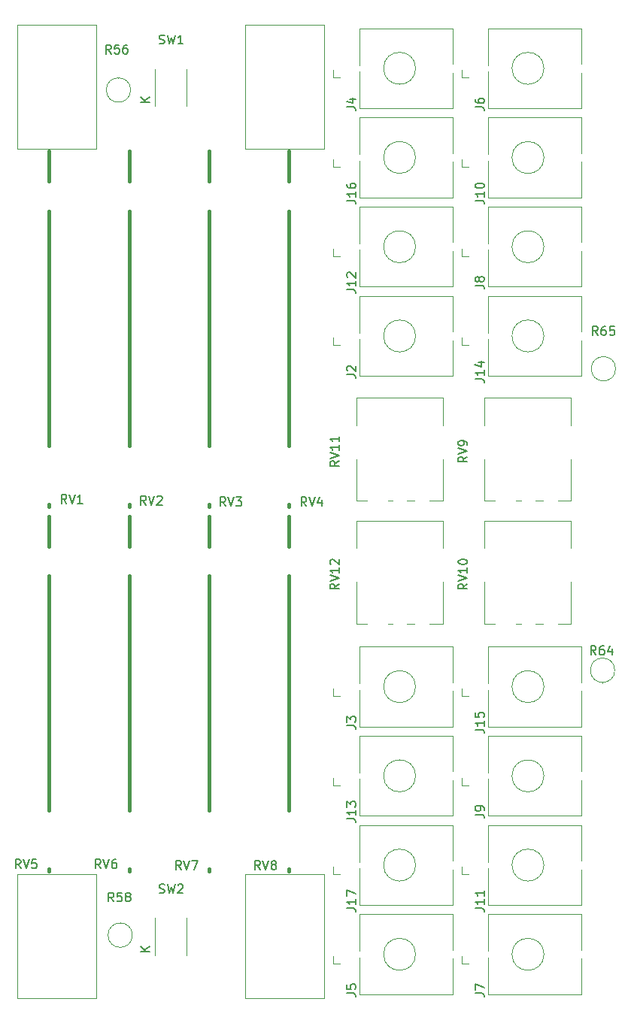
<source format=gbr>
%TF.GenerationSoftware,KiCad,Pcbnew,7.0.1-0*%
%TF.CreationDate,2024-01-08T18:45:34+13:00*%
%TF.ProjectId,MOL-control,4d4f4c2d-636f-46e7-9472-6f6c2e6b6963,001*%
%TF.SameCoordinates,Original*%
%TF.FileFunction,Legend,Top*%
%TF.FilePolarity,Positive*%
%FSLAX46Y46*%
G04 Gerber Fmt 4.6, Leading zero omitted, Abs format (unit mm)*
G04 Created by KiCad (PCBNEW 7.0.1-0) date 2024-01-08 18:45:34*
%MOMM*%
%LPD*%
G01*
G04 APERTURE LIST*
%ADD10C,0.150000*%
%ADD11C,0.400000*%
%ADD12C,0.120000*%
G04 APERTURE END LIST*
D10*
%TO.C,RV6*%
X118604761Y-130312619D02*
X118271428Y-129836428D01*
X118033333Y-130312619D02*
X118033333Y-129312619D01*
X118033333Y-129312619D02*
X118414285Y-129312619D01*
X118414285Y-129312619D02*
X118509523Y-129360238D01*
X118509523Y-129360238D02*
X118557142Y-129407857D01*
X118557142Y-129407857D02*
X118604761Y-129503095D01*
X118604761Y-129503095D02*
X118604761Y-129645952D01*
X118604761Y-129645952D02*
X118557142Y-129741190D01*
X118557142Y-129741190D02*
X118509523Y-129788809D01*
X118509523Y-129788809D02*
X118414285Y-129836428D01*
X118414285Y-129836428D02*
X118033333Y-129836428D01*
X118890476Y-129312619D02*
X119223809Y-130312619D01*
X119223809Y-130312619D02*
X119557142Y-129312619D01*
X120319047Y-129312619D02*
X120128571Y-129312619D01*
X120128571Y-129312619D02*
X120033333Y-129360238D01*
X120033333Y-129360238D02*
X119985714Y-129407857D01*
X119985714Y-129407857D02*
X119890476Y-129550714D01*
X119890476Y-129550714D02*
X119842857Y-129741190D01*
X119842857Y-129741190D02*
X119842857Y-130122142D01*
X119842857Y-130122142D02*
X119890476Y-130217380D01*
X119890476Y-130217380D02*
X119938095Y-130265000D01*
X119938095Y-130265000D02*
X120033333Y-130312619D01*
X120033333Y-130312619D02*
X120223809Y-130312619D01*
X120223809Y-130312619D02*
X120319047Y-130265000D01*
X120319047Y-130265000D02*
X120366666Y-130217380D01*
X120366666Y-130217380D02*
X120414285Y-130122142D01*
X120414285Y-130122142D02*
X120414285Y-129884047D01*
X120414285Y-129884047D02*
X120366666Y-129788809D01*
X120366666Y-129788809D02*
X120319047Y-129741190D01*
X120319047Y-129741190D02*
X120223809Y-129693571D01*
X120223809Y-129693571D02*
X120033333Y-129693571D01*
X120033333Y-129693571D02*
X119938095Y-129741190D01*
X119938095Y-129741190D02*
X119890476Y-129788809D01*
X119890476Y-129788809D02*
X119842857Y-129884047D01*
%TO.C,J9*%
X160762619Y-124263333D02*
X161476904Y-124263333D01*
X161476904Y-124263333D02*
X161619761Y-124310952D01*
X161619761Y-124310952D02*
X161715000Y-124406190D01*
X161715000Y-124406190D02*
X161762619Y-124549047D01*
X161762619Y-124549047D02*
X161762619Y-124644285D01*
X161762619Y-123739523D02*
X161762619Y-123549047D01*
X161762619Y-123549047D02*
X161715000Y-123453809D01*
X161715000Y-123453809D02*
X161667380Y-123406190D01*
X161667380Y-123406190D02*
X161524523Y-123310952D01*
X161524523Y-123310952D02*
X161334047Y-123263333D01*
X161334047Y-123263333D02*
X160953095Y-123263333D01*
X160953095Y-123263333D02*
X160857857Y-123310952D01*
X160857857Y-123310952D02*
X160810238Y-123358571D01*
X160810238Y-123358571D02*
X160762619Y-123453809D01*
X160762619Y-123453809D02*
X160762619Y-123644285D01*
X160762619Y-123644285D02*
X160810238Y-123739523D01*
X160810238Y-123739523D02*
X160857857Y-123787142D01*
X160857857Y-123787142D02*
X160953095Y-123834761D01*
X160953095Y-123834761D02*
X161191190Y-123834761D01*
X161191190Y-123834761D02*
X161286428Y-123787142D01*
X161286428Y-123787142D02*
X161334047Y-123739523D01*
X161334047Y-123739523D02*
X161381666Y-123644285D01*
X161381666Y-123644285D02*
X161381666Y-123453809D01*
X161381666Y-123453809D02*
X161334047Y-123358571D01*
X161334047Y-123358571D02*
X161286428Y-123310952D01*
X161286428Y-123310952D02*
X161191190Y-123263333D01*
%TO.C,J3*%
X146312619Y-114213333D02*
X147026904Y-114213333D01*
X147026904Y-114213333D02*
X147169761Y-114260952D01*
X147169761Y-114260952D02*
X147265000Y-114356190D01*
X147265000Y-114356190D02*
X147312619Y-114499047D01*
X147312619Y-114499047D02*
X147312619Y-114594285D01*
X146312619Y-113832380D02*
X146312619Y-113213333D01*
X146312619Y-113213333D02*
X146693571Y-113546666D01*
X146693571Y-113546666D02*
X146693571Y-113403809D01*
X146693571Y-113403809D02*
X146741190Y-113308571D01*
X146741190Y-113308571D02*
X146788809Y-113260952D01*
X146788809Y-113260952D02*
X146884047Y-113213333D01*
X146884047Y-113213333D02*
X147122142Y-113213333D01*
X147122142Y-113213333D02*
X147217380Y-113260952D01*
X147217380Y-113260952D02*
X147265000Y-113308571D01*
X147265000Y-113308571D02*
X147312619Y-113403809D01*
X147312619Y-113403809D02*
X147312619Y-113689523D01*
X147312619Y-113689523D02*
X147265000Y-113784761D01*
X147265000Y-113784761D02*
X147217380Y-113832380D01*
%TO.C,SW2*%
X125201667Y-133060000D02*
X125344524Y-133107619D01*
X125344524Y-133107619D02*
X125582619Y-133107619D01*
X125582619Y-133107619D02*
X125677857Y-133060000D01*
X125677857Y-133060000D02*
X125725476Y-133012380D01*
X125725476Y-133012380D02*
X125773095Y-132917142D01*
X125773095Y-132917142D02*
X125773095Y-132821904D01*
X125773095Y-132821904D02*
X125725476Y-132726666D01*
X125725476Y-132726666D02*
X125677857Y-132679047D01*
X125677857Y-132679047D02*
X125582619Y-132631428D01*
X125582619Y-132631428D02*
X125392143Y-132583809D01*
X125392143Y-132583809D02*
X125296905Y-132536190D01*
X125296905Y-132536190D02*
X125249286Y-132488571D01*
X125249286Y-132488571D02*
X125201667Y-132393333D01*
X125201667Y-132393333D02*
X125201667Y-132298095D01*
X125201667Y-132298095D02*
X125249286Y-132202857D01*
X125249286Y-132202857D02*
X125296905Y-132155238D01*
X125296905Y-132155238D02*
X125392143Y-132107619D01*
X125392143Y-132107619D02*
X125630238Y-132107619D01*
X125630238Y-132107619D02*
X125773095Y-132155238D01*
X126106429Y-132107619D02*
X126344524Y-133107619D01*
X126344524Y-133107619D02*
X126535000Y-132393333D01*
X126535000Y-132393333D02*
X126725476Y-133107619D01*
X126725476Y-133107619D02*
X126963572Y-132107619D01*
X127296905Y-132202857D02*
X127344524Y-132155238D01*
X127344524Y-132155238D02*
X127439762Y-132107619D01*
X127439762Y-132107619D02*
X127677857Y-132107619D01*
X127677857Y-132107619D02*
X127773095Y-132155238D01*
X127773095Y-132155238D02*
X127820714Y-132202857D01*
X127820714Y-132202857D02*
X127868333Y-132298095D01*
X127868333Y-132298095D02*
X127868333Y-132393333D01*
X127868333Y-132393333D02*
X127820714Y-132536190D01*
X127820714Y-132536190D02*
X127249286Y-133107619D01*
X127249286Y-133107619D02*
X127868333Y-133107619D01*
X124132619Y-139656904D02*
X123132619Y-139656904D01*
X124132619Y-139085476D02*
X123561190Y-139514047D01*
X123132619Y-139085476D02*
X123704047Y-139656904D01*
%TO.C,RV10*%
X159862619Y-98271428D02*
X159386428Y-98604761D01*
X159862619Y-98842856D02*
X158862619Y-98842856D01*
X158862619Y-98842856D02*
X158862619Y-98461904D01*
X158862619Y-98461904D02*
X158910238Y-98366666D01*
X158910238Y-98366666D02*
X158957857Y-98319047D01*
X158957857Y-98319047D02*
X159053095Y-98271428D01*
X159053095Y-98271428D02*
X159195952Y-98271428D01*
X159195952Y-98271428D02*
X159291190Y-98319047D01*
X159291190Y-98319047D02*
X159338809Y-98366666D01*
X159338809Y-98366666D02*
X159386428Y-98461904D01*
X159386428Y-98461904D02*
X159386428Y-98842856D01*
X158862619Y-97985713D02*
X159862619Y-97652380D01*
X159862619Y-97652380D02*
X158862619Y-97319047D01*
X159862619Y-96461904D02*
X159862619Y-97033332D01*
X159862619Y-96747618D02*
X158862619Y-96747618D01*
X158862619Y-96747618D02*
X159005476Y-96842856D01*
X159005476Y-96842856D02*
X159100714Y-96938094D01*
X159100714Y-96938094D02*
X159148333Y-97033332D01*
X158862619Y-95842856D02*
X158862619Y-95747618D01*
X158862619Y-95747618D02*
X158910238Y-95652380D01*
X158910238Y-95652380D02*
X158957857Y-95604761D01*
X158957857Y-95604761D02*
X159053095Y-95557142D01*
X159053095Y-95557142D02*
X159243571Y-95509523D01*
X159243571Y-95509523D02*
X159481666Y-95509523D01*
X159481666Y-95509523D02*
X159672142Y-95557142D01*
X159672142Y-95557142D02*
X159767380Y-95604761D01*
X159767380Y-95604761D02*
X159815000Y-95652380D01*
X159815000Y-95652380D02*
X159862619Y-95747618D01*
X159862619Y-95747618D02*
X159862619Y-95842856D01*
X159862619Y-95842856D02*
X159815000Y-95938094D01*
X159815000Y-95938094D02*
X159767380Y-95985713D01*
X159767380Y-95985713D02*
X159672142Y-96033332D01*
X159672142Y-96033332D02*
X159481666Y-96080951D01*
X159481666Y-96080951D02*
X159243571Y-96080951D01*
X159243571Y-96080951D02*
X159053095Y-96033332D01*
X159053095Y-96033332D02*
X158957857Y-95985713D01*
X158957857Y-95985713D02*
X158910238Y-95938094D01*
X158910238Y-95938094D02*
X158862619Y-95842856D01*
%TO.C,RV2*%
X123704761Y-89362619D02*
X123371428Y-88886428D01*
X123133333Y-89362619D02*
X123133333Y-88362619D01*
X123133333Y-88362619D02*
X123514285Y-88362619D01*
X123514285Y-88362619D02*
X123609523Y-88410238D01*
X123609523Y-88410238D02*
X123657142Y-88457857D01*
X123657142Y-88457857D02*
X123704761Y-88553095D01*
X123704761Y-88553095D02*
X123704761Y-88695952D01*
X123704761Y-88695952D02*
X123657142Y-88791190D01*
X123657142Y-88791190D02*
X123609523Y-88838809D01*
X123609523Y-88838809D02*
X123514285Y-88886428D01*
X123514285Y-88886428D02*
X123133333Y-88886428D01*
X123990476Y-88362619D02*
X124323809Y-89362619D01*
X124323809Y-89362619D02*
X124657142Y-88362619D01*
X124942857Y-88457857D02*
X124990476Y-88410238D01*
X124990476Y-88410238D02*
X125085714Y-88362619D01*
X125085714Y-88362619D02*
X125323809Y-88362619D01*
X125323809Y-88362619D02*
X125419047Y-88410238D01*
X125419047Y-88410238D02*
X125466666Y-88457857D01*
X125466666Y-88457857D02*
X125514285Y-88553095D01*
X125514285Y-88553095D02*
X125514285Y-88648333D01*
X125514285Y-88648333D02*
X125466666Y-88791190D01*
X125466666Y-88791190D02*
X124895238Y-89362619D01*
X124895238Y-89362619D02*
X125514285Y-89362619D01*
%TO.C,RV3*%
X132654761Y-89512619D02*
X132321428Y-89036428D01*
X132083333Y-89512619D02*
X132083333Y-88512619D01*
X132083333Y-88512619D02*
X132464285Y-88512619D01*
X132464285Y-88512619D02*
X132559523Y-88560238D01*
X132559523Y-88560238D02*
X132607142Y-88607857D01*
X132607142Y-88607857D02*
X132654761Y-88703095D01*
X132654761Y-88703095D02*
X132654761Y-88845952D01*
X132654761Y-88845952D02*
X132607142Y-88941190D01*
X132607142Y-88941190D02*
X132559523Y-88988809D01*
X132559523Y-88988809D02*
X132464285Y-89036428D01*
X132464285Y-89036428D02*
X132083333Y-89036428D01*
X132940476Y-88512619D02*
X133273809Y-89512619D01*
X133273809Y-89512619D02*
X133607142Y-88512619D01*
X133845238Y-88512619D02*
X134464285Y-88512619D01*
X134464285Y-88512619D02*
X134130952Y-88893571D01*
X134130952Y-88893571D02*
X134273809Y-88893571D01*
X134273809Y-88893571D02*
X134369047Y-88941190D01*
X134369047Y-88941190D02*
X134416666Y-88988809D01*
X134416666Y-88988809D02*
X134464285Y-89084047D01*
X134464285Y-89084047D02*
X134464285Y-89322142D01*
X134464285Y-89322142D02*
X134416666Y-89417380D01*
X134416666Y-89417380D02*
X134369047Y-89465000D01*
X134369047Y-89465000D02*
X134273809Y-89512619D01*
X134273809Y-89512619D02*
X133988095Y-89512619D01*
X133988095Y-89512619D02*
X133892857Y-89465000D01*
X133892857Y-89465000D02*
X133845238Y-89417380D01*
%TO.C,RV7*%
X127654761Y-130462619D02*
X127321428Y-129986428D01*
X127083333Y-130462619D02*
X127083333Y-129462619D01*
X127083333Y-129462619D02*
X127464285Y-129462619D01*
X127464285Y-129462619D02*
X127559523Y-129510238D01*
X127559523Y-129510238D02*
X127607142Y-129557857D01*
X127607142Y-129557857D02*
X127654761Y-129653095D01*
X127654761Y-129653095D02*
X127654761Y-129795952D01*
X127654761Y-129795952D02*
X127607142Y-129891190D01*
X127607142Y-129891190D02*
X127559523Y-129938809D01*
X127559523Y-129938809D02*
X127464285Y-129986428D01*
X127464285Y-129986428D02*
X127083333Y-129986428D01*
X127940476Y-129462619D02*
X128273809Y-130462619D01*
X128273809Y-130462619D02*
X128607142Y-129462619D01*
X128845238Y-129462619D02*
X129511904Y-129462619D01*
X129511904Y-129462619D02*
X129083333Y-130462619D01*
%TO.C,J7*%
X160762619Y-144363333D02*
X161476904Y-144363333D01*
X161476904Y-144363333D02*
X161619761Y-144410952D01*
X161619761Y-144410952D02*
X161715000Y-144506190D01*
X161715000Y-144506190D02*
X161762619Y-144649047D01*
X161762619Y-144649047D02*
X161762619Y-144744285D01*
X160762619Y-143982380D02*
X160762619Y-143315714D01*
X160762619Y-143315714D02*
X161762619Y-143744285D01*
%TO.C,R58*%
X120057142Y-134062619D02*
X119723809Y-133586428D01*
X119485714Y-134062619D02*
X119485714Y-133062619D01*
X119485714Y-133062619D02*
X119866666Y-133062619D01*
X119866666Y-133062619D02*
X119961904Y-133110238D01*
X119961904Y-133110238D02*
X120009523Y-133157857D01*
X120009523Y-133157857D02*
X120057142Y-133253095D01*
X120057142Y-133253095D02*
X120057142Y-133395952D01*
X120057142Y-133395952D02*
X120009523Y-133491190D01*
X120009523Y-133491190D02*
X119961904Y-133538809D01*
X119961904Y-133538809D02*
X119866666Y-133586428D01*
X119866666Y-133586428D02*
X119485714Y-133586428D01*
X120961904Y-133062619D02*
X120485714Y-133062619D01*
X120485714Y-133062619D02*
X120438095Y-133538809D01*
X120438095Y-133538809D02*
X120485714Y-133491190D01*
X120485714Y-133491190D02*
X120580952Y-133443571D01*
X120580952Y-133443571D02*
X120819047Y-133443571D01*
X120819047Y-133443571D02*
X120914285Y-133491190D01*
X120914285Y-133491190D02*
X120961904Y-133538809D01*
X120961904Y-133538809D02*
X121009523Y-133634047D01*
X121009523Y-133634047D02*
X121009523Y-133872142D01*
X121009523Y-133872142D02*
X120961904Y-133967380D01*
X120961904Y-133967380D02*
X120914285Y-134015000D01*
X120914285Y-134015000D02*
X120819047Y-134062619D01*
X120819047Y-134062619D02*
X120580952Y-134062619D01*
X120580952Y-134062619D02*
X120485714Y-134015000D01*
X120485714Y-134015000D02*
X120438095Y-133967380D01*
X121580952Y-133491190D02*
X121485714Y-133443571D01*
X121485714Y-133443571D02*
X121438095Y-133395952D01*
X121438095Y-133395952D02*
X121390476Y-133300714D01*
X121390476Y-133300714D02*
X121390476Y-133253095D01*
X121390476Y-133253095D02*
X121438095Y-133157857D01*
X121438095Y-133157857D02*
X121485714Y-133110238D01*
X121485714Y-133110238D02*
X121580952Y-133062619D01*
X121580952Y-133062619D02*
X121771428Y-133062619D01*
X121771428Y-133062619D02*
X121866666Y-133110238D01*
X121866666Y-133110238D02*
X121914285Y-133157857D01*
X121914285Y-133157857D02*
X121961904Y-133253095D01*
X121961904Y-133253095D02*
X121961904Y-133300714D01*
X121961904Y-133300714D02*
X121914285Y-133395952D01*
X121914285Y-133395952D02*
X121866666Y-133443571D01*
X121866666Y-133443571D02*
X121771428Y-133491190D01*
X121771428Y-133491190D02*
X121580952Y-133491190D01*
X121580952Y-133491190D02*
X121485714Y-133538809D01*
X121485714Y-133538809D02*
X121438095Y-133586428D01*
X121438095Y-133586428D02*
X121390476Y-133681666D01*
X121390476Y-133681666D02*
X121390476Y-133872142D01*
X121390476Y-133872142D02*
X121438095Y-133967380D01*
X121438095Y-133967380D02*
X121485714Y-134015000D01*
X121485714Y-134015000D02*
X121580952Y-134062619D01*
X121580952Y-134062619D02*
X121771428Y-134062619D01*
X121771428Y-134062619D02*
X121866666Y-134015000D01*
X121866666Y-134015000D02*
X121914285Y-133967380D01*
X121914285Y-133967380D02*
X121961904Y-133872142D01*
X121961904Y-133872142D02*
X121961904Y-133681666D01*
X121961904Y-133681666D02*
X121914285Y-133586428D01*
X121914285Y-133586428D02*
X121866666Y-133538809D01*
X121866666Y-133538809D02*
X121771428Y-133491190D01*
%TO.C,J13*%
X146312619Y-124739523D02*
X147026904Y-124739523D01*
X147026904Y-124739523D02*
X147169761Y-124787142D01*
X147169761Y-124787142D02*
X147265000Y-124882380D01*
X147265000Y-124882380D02*
X147312619Y-125025237D01*
X147312619Y-125025237D02*
X147312619Y-125120475D01*
X147312619Y-123739523D02*
X147312619Y-124310951D01*
X147312619Y-124025237D02*
X146312619Y-124025237D01*
X146312619Y-124025237D02*
X146455476Y-124120475D01*
X146455476Y-124120475D02*
X146550714Y-124215713D01*
X146550714Y-124215713D02*
X146598333Y-124310951D01*
X146312619Y-123406189D02*
X146312619Y-122787142D01*
X146312619Y-122787142D02*
X146693571Y-123120475D01*
X146693571Y-123120475D02*
X146693571Y-122977618D01*
X146693571Y-122977618D02*
X146741190Y-122882380D01*
X146741190Y-122882380D02*
X146788809Y-122834761D01*
X146788809Y-122834761D02*
X146884047Y-122787142D01*
X146884047Y-122787142D02*
X147122142Y-122787142D01*
X147122142Y-122787142D02*
X147217380Y-122834761D01*
X147217380Y-122834761D02*
X147265000Y-122882380D01*
X147265000Y-122882380D02*
X147312619Y-122977618D01*
X147312619Y-122977618D02*
X147312619Y-123263332D01*
X147312619Y-123263332D02*
X147265000Y-123358570D01*
X147265000Y-123358570D02*
X147217380Y-123406189D01*
%TO.C,J4*%
X146312619Y-44563333D02*
X147026904Y-44563333D01*
X147026904Y-44563333D02*
X147169761Y-44610952D01*
X147169761Y-44610952D02*
X147265000Y-44706190D01*
X147265000Y-44706190D02*
X147312619Y-44849047D01*
X147312619Y-44849047D02*
X147312619Y-44944285D01*
X146645952Y-43658571D02*
X147312619Y-43658571D01*
X146265000Y-43896666D02*
X146979285Y-44134761D01*
X146979285Y-44134761D02*
X146979285Y-43515714D01*
%TO.C,RV8*%
X136554761Y-130462619D02*
X136221428Y-129986428D01*
X135983333Y-130462619D02*
X135983333Y-129462619D01*
X135983333Y-129462619D02*
X136364285Y-129462619D01*
X136364285Y-129462619D02*
X136459523Y-129510238D01*
X136459523Y-129510238D02*
X136507142Y-129557857D01*
X136507142Y-129557857D02*
X136554761Y-129653095D01*
X136554761Y-129653095D02*
X136554761Y-129795952D01*
X136554761Y-129795952D02*
X136507142Y-129891190D01*
X136507142Y-129891190D02*
X136459523Y-129938809D01*
X136459523Y-129938809D02*
X136364285Y-129986428D01*
X136364285Y-129986428D02*
X135983333Y-129986428D01*
X136840476Y-129462619D02*
X137173809Y-130462619D01*
X137173809Y-130462619D02*
X137507142Y-129462619D01*
X137983333Y-129891190D02*
X137888095Y-129843571D01*
X137888095Y-129843571D02*
X137840476Y-129795952D01*
X137840476Y-129795952D02*
X137792857Y-129700714D01*
X137792857Y-129700714D02*
X137792857Y-129653095D01*
X137792857Y-129653095D02*
X137840476Y-129557857D01*
X137840476Y-129557857D02*
X137888095Y-129510238D01*
X137888095Y-129510238D02*
X137983333Y-129462619D01*
X137983333Y-129462619D02*
X138173809Y-129462619D01*
X138173809Y-129462619D02*
X138269047Y-129510238D01*
X138269047Y-129510238D02*
X138316666Y-129557857D01*
X138316666Y-129557857D02*
X138364285Y-129653095D01*
X138364285Y-129653095D02*
X138364285Y-129700714D01*
X138364285Y-129700714D02*
X138316666Y-129795952D01*
X138316666Y-129795952D02*
X138269047Y-129843571D01*
X138269047Y-129843571D02*
X138173809Y-129891190D01*
X138173809Y-129891190D02*
X137983333Y-129891190D01*
X137983333Y-129891190D02*
X137888095Y-129938809D01*
X137888095Y-129938809D02*
X137840476Y-129986428D01*
X137840476Y-129986428D02*
X137792857Y-130081666D01*
X137792857Y-130081666D02*
X137792857Y-130272142D01*
X137792857Y-130272142D02*
X137840476Y-130367380D01*
X137840476Y-130367380D02*
X137888095Y-130415000D01*
X137888095Y-130415000D02*
X137983333Y-130462619D01*
X137983333Y-130462619D02*
X138173809Y-130462619D01*
X138173809Y-130462619D02*
X138269047Y-130415000D01*
X138269047Y-130415000D02*
X138316666Y-130367380D01*
X138316666Y-130367380D02*
X138364285Y-130272142D01*
X138364285Y-130272142D02*
X138364285Y-130081666D01*
X138364285Y-130081666D02*
X138316666Y-129986428D01*
X138316666Y-129986428D02*
X138269047Y-129938809D01*
X138269047Y-129938809D02*
X138173809Y-129891190D01*
%TO.C,J8*%
X160762619Y-64663333D02*
X161476904Y-64663333D01*
X161476904Y-64663333D02*
X161619761Y-64710952D01*
X161619761Y-64710952D02*
X161715000Y-64806190D01*
X161715000Y-64806190D02*
X161762619Y-64949047D01*
X161762619Y-64949047D02*
X161762619Y-65044285D01*
X161191190Y-64044285D02*
X161143571Y-64139523D01*
X161143571Y-64139523D02*
X161095952Y-64187142D01*
X161095952Y-64187142D02*
X161000714Y-64234761D01*
X161000714Y-64234761D02*
X160953095Y-64234761D01*
X160953095Y-64234761D02*
X160857857Y-64187142D01*
X160857857Y-64187142D02*
X160810238Y-64139523D01*
X160810238Y-64139523D02*
X160762619Y-64044285D01*
X160762619Y-64044285D02*
X160762619Y-63853809D01*
X160762619Y-63853809D02*
X160810238Y-63758571D01*
X160810238Y-63758571D02*
X160857857Y-63710952D01*
X160857857Y-63710952D02*
X160953095Y-63663333D01*
X160953095Y-63663333D02*
X161000714Y-63663333D01*
X161000714Y-63663333D02*
X161095952Y-63710952D01*
X161095952Y-63710952D02*
X161143571Y-63758571D01*
X161143571Y-63758571D02*
X161191190Y-63853809D01*
X161191190Y-63853809D02*
X161191190Y-64044285D01*
X161191190Y-64044285D02*
X161238809Y-64139523D01*
X161238809Y-64139523D02*
X161286428Y-64187142D01*
X161286428Y-64187142D02*
X161381666Y-64234761D01*
X161381666Y-64234761D02*
X161572142Y-64234761D01*
X161572142Y-64234761D02*
X161667380Y-64187142D01*
X161667380Y-64187142D02*
X161715000Y-64139523D01*
X161715000Y-64139523D02*
X161762619Y-64044285D01*
X161762619Y-64044285D02*
X161762619Y-63853809D01*
X161762619Y-63853809D02*
X161715000Y-63758571D01*
X161715000Y-63758571D02*
X161667380Y-63710952D01*
X161667380Y-63710952D02*
X161572142Y-63663333D01*
X161572142Y-63663333D02*
X161381666Y-63663333D01*
X161381666Y-63663333D02*
X161286428Y-63710952D01*
X161286428Y-63710952D02*
X161238809Y-63758571D01*
X161238809Y-63758571D02*
X161191190Y-63853809D01*
%TO.C,R64*%
X174357142Y-106262619D02*
X174023809Y-105786428D01*
X173785714Y-106262619D02*
X173785714Y-105262619D01*
X173785714Y-105262619D02*
X174166666Y-105262619D01*
X174166666Y-105262619D02*
X174261904Y-105310238D01*
X174261904Y-105310238D02*
X174309523Y-105357857D01*
X174309523Y-105357857D02*
X174357142Y-105453095D01*
X174357142Y-105453095D02*
X174357142Y-105595952D01*
X174357142Y-105595952D02*
X174309523Y-105691190D01*
X174309523Y-105691190D02*
X174261904Y-105738809D01*
X174261904Y-105738809D02*
X174166666Y-105786428D01*
X174166666Y-105786428D02*
X173785714Y-105786428D01*
X175214285Y-105262619D02*
X175023809Y-105262619D01*
X175023809Y-105262619D02*
X174928571Y-105310238D01*
X174928571Y-105310238D02*
X174880952Y-105357857D01*
X174880952Y-105357857D02*
X174785714Y-105500714D01*
X174785714Y-105500714D02*
X174738095Y-105691190D01*
X174738095Y-105691190D02*
X174738095Y-106072142D01*
X174738095Y-106072142D02*
X174785714Y-106167380D01*
X174785714Y-106167380D02*
X174833333Y-106215000D01*
X174833333Y-106215000D02*
X174928571Y-106262619D01*
X174928571Y-106262619D02*
X175119047Y-106262619D01*
X175119047Y-106262619D02*
X175214285Y-106215000D01*
X175214285Y-106215000D02*
X175261904Y-106167380D01*
X175261904Y-106167380D02*
X175309523Y-106072142D01*
X175309523Y-106072142D02*
X175309523Y-105834047D01*
X175309523Y-105834047D02*
X175261904Y-105738809D01*
X175261904Y-105738809D02*
X175214285Y-105691190D01*
X175214285Y-105691190D02*
X175119047Y-105643571D01*
X175119047Y-105643571D02*
X174928571Y-105643571D01*
X174928571Y-105643571D02*
X174833333Y-105691190D01*
X174833333Y-105691190D02*
X174785714Y-105738809D01*
X174785714Y-105738809D02*
X174738095Y-105834047D01*
X176166666Y-105595952D02*
X176166666Y-106262619D01*
X175928571Y-105215000D02*
X175690476Y-105929285D01*
X175690476Y-105929285D02*
X176309523Y-105929285D01*
%TO.C,R65*%
X174557142Y-70262619D02*
X174223809Y-69786428D01*
X173985714Y-70262619D02*
X173985714Y-69262619D01*
X173985714Y-69262619D02*
X174366666Y-69262619D01*
X174366666Y-69262619D02*
X174461904Y-69310238D01*
X174461904Y-69310238D02*
X174509523Y-69357857D01*
X174509523Y-69357857D02*
X174557142Y-69453095D01*
X174557142Y-69453095D02*
X174557142Y-69595952D01*
X174557142Y-69595952D02*
X174509523Y-69691190D01*
X174509523Y-69691190D02*
X174461904Y-69738809D01*
X174461904Y-69738809D02*
X174366666Y-69786428D01*
X174366666Y-69786428D02*
X173985714Y-69786428D01*
X175414285Y-69262619D02*
X175223809Y-69262619D01*
X175223809Y-69262619D02*
X175128571Y-69310238D01*
X175128571Y-69310238D02*
X175080952Y-69357857D01*
X175080952Y-69357857D02*
X174985714Y-69500714D01*
X174985714Y-69500714D02*
X174938095Y-69691190D01*
X174938095Y-69691190D02*
X174938095Y-70072142D01*
X174938095Y-70072142D02*
X174985714Y-70167380D01*
X174985714Y-70167380D02*
X175033333Y-70215000D01*
X175033333Y-70215000D02*
X175128571Y-70262619D01*
X175128571Y-70262619D02*
X175319047Y-70262619D01*
X175319047Y-70262619D02*
X175414285Y-70215000D01*
X175414285Y-70215000D02*
X175461904Y-70167380D01*
X175461904Y-70167380D02*
X175509523Y-70072142D01*
X175509523Y-70072142D02*
X175509523Y-69834047D01*
X175509523Y-69834047D02*
X175461904Y-69738809D01*
X175461904Y-69738809D02*
X175414285Y-69691190D01*
X175414285Y-69691190D02*
X175319047Y-69643571D01*
X175319047Y-69643571D02*
X175128571Y-69643571D01*
X175128571Y-69643571D02*
X175033333Y-69691190D01*
X175033333Y-69691190D02*
X174985714Y-69738809D01*
X174985714Y-69738809D02*
X174938095Y-69834047D01*
X176414285Y-69262619D02*
X175938095Y-69262619D01*
X175938095Y-69262619D02*
X175890476Y-69738809D01*
X175890476Y-69738809D02*
X175938095Y-69691190D01*
X175938095Y-69691190D02*
X176033333Y-69643571D01*
X176033333Y-69643571D02*
X176271428Y-69643571D01*
X176271428Y-69643571D02*
X176366666Y-69691190D01*
X176366666Y-69691190D02*
X176414285Y-69738809D01*
X176414285Y-69738809D02*
X176461904Y-69834047D01*
X176461904Y-69834047D02*
X176461904Y-70072142D01*
X176461904Y-70072142D02*
X176414285Y-70167380D01*
X176414285Y-70167380D02*
X176366666Y-70215000D01*
X176366666Y-70215000D02*
X176271428Y-70262619D01*
X176271428Y-70262619D02*
X176033333Y-70262619D01*
X176033333Y-70262619D02*
X175938095Y-70215000D01*
X175938095Y-70215000D02*
X175890476Y-70167380D01*
%TO.C,RV11*%
X145412619Y-84421428D02*
X144936428Y-84754761D01*
X145412619Y-84992856D02*
X144412619Y-84992856D01*
X144412619Y-84992856D02*
X144412619Y-84611904D01*
X144412619Y-84611904D02*
X144460238Y-84516666D01*
X144460238Y-84516666D02*
X144507857Y-84469047D01*
X144507857Y-84469047D02*
X144603095Y-84421428D01*
X144603095Y-84421428D02*
X144745952Y-84421428D01*
X144745952Y-84421428D02*
X144841190Y-84469047D01*
X144841190Y-84469047D02*
X144888809Y-84516666D01*
X144888809Y-84516666D02*
X144936428Y-84611904D01*
X144936428Y-84611904D02*
X144936428Y-84992856D01*
X144412619Y-84135713D02*
X145412619Y-83802380D01*
X145412619Y-83802380D02*
X144412619Y-83469047D01*
X145412619Y-82611904D02*
X145412619Y-83183332D01*
X145412619Y-82897618D02*
X144412619Y-82897618D01*
X144412619Y-82897618D02*
X144555476Y-82992856D01*
X144555476Y-82992856D02*
X144650714Y-83088094D01*
X144650714Y-83088094D02*
X144698333Y-83183332D01*
X145412619Y-81659523D02*
X145412619Y-82230951D01*
X145412619Y-81945237D02*
X144412619Y-81945237D01*
X144412619Y-81945237D02*
X144555476Y-82040475D01*
X144555476Y-82040475D02*
X144650714Y-82135713D01*
X144650714Y-82135713D02*
X144698333Y-82230951D01*
%TO.C,J12*%
X146312619Y-65139523D02*
X147026904Y-65139523D01*
X147026904Y-65139523D02*
X147169761Y-65187142D01*
X147169761Y-65187142D02*
X147265000Y-65282380D01*
X147265000Y-65282380D02*
X147312619Y-65425237D01*
X147312619Y-65425237D02*
X147312619Y-65520475D01*
X147312619Y-64139523D02*
X147312619Y-64710951D01*
X147312619Y-64425237D02*
X146312619Y-64425237D01*
X146312619Y-64425237D02*
X146455476Y-64520475D01*
X146455476Y-64520475D02*
X146550714Y-64615713D01*
X146550714Y-64615713D02*
X146598333Y-64710951D01*
X146407857Y-63758570D02*
X146360238Y-63710951D01*
X146360238Y-63710951D02*
X146312619Y-63615713D01*
X146312619Y-63615713D02*
X146312619Y-63377618D01*
X146312619Y-63377618D02*
X146360238Y-63282380D01*
X146360238Y-63282380D02*
X146407857Y-63234761D01*
X146407857Y-63234761D02*
X146503095Y-63187142D01*
X146503095Y-63187142D02*
X146598333Y-63187142D01*
X146598333Y-63187142D02*
X146741190Y-63234761D01*
X146741190Y-63234761D02*
X147312619Y-63806189D01*
X147312619Y-63806189D02*
X147312619Y-63187142D01*
%TO.C,J5*%
X146312619Y-144363333D02*
X147026904Y-144363333D01*
X147026904Y-144363333D02*
X147169761Y-144410952D01*
X147169761Y-144410952D02*
X147265000Y-144506190D01*
X147265000Y-144506190D02*
X147312619Y-144649047D01*
X147312619Y-144649047D02*
X147312619Y-144744285D01*
X146312619Y-143410952D02*
X146312619Y-143887142D01*
X146312619Y-143887142D02*
X146788809Y-143934761D01*
X146788809Y-143934761D02*
X146741190Y-143887142D01*
X146741190Y-143887142D02*
X146693571Y-143791904D01*
X146693571Y-143791904D02*
X146693571Y-143553809D01*
X146693571Y-143553809D02*
X146741190Y-143458571D01*
X146741190Y-143458571D02*
X146788809Y-143410952D01*
X146788809Y-143410952D02*
X146884047Y-143363333D01*
X146884047Y-143363333D02*
X147122142Y-143363333D01*
X147122142Y-143363333D02*
X147217380Y-143410952D01*
X147217380Y-143410952D02*
X147265000Y-143458571D01*
X147265000Y-143458571D02*
X147312619Y-143553809D01*
X147312619Y-143553809D02*
X147312619Y-143791904D01*
X147312619Y-143791904D02*
X147265000Y-143887142D01*
X147265000Y-143887142D02*
X147217380Y-143934761D01*
%TO.C,RV12*%
X145412619Y-98271428D02*
X144936428Y-98604761D01*
X145412619Y-98842856D02*
X144412619Y-98842856D01*
X144412619Y-98842856D02*
X144412619Y-98461904D01*
X144412619Y-98461904D02*
X144460238Y-98366666D01*
X144460238Y-98366666D02*
X144507857Y-98319047D01*
X144507857Y-98319047D02*
X144603095Y-98271428D01*
X144603095Y-98271428D02*
X144745952Y-98271428D01*
X144745952Y-98271428D02*
X144841190Y-98319047D01*
X144841190Y-98319047D02*
X144888809Y-98366666D01*
X144888809Y-98366666D02*
X144936428Y-98461904D01*
X144936428Y-98461904D02*
X144936428Y-98842856D01*
X144412619Y-97985713D02*
X145412619Y-97652380D01*
X145412619Y-97652380D02*
X144412619Y-97319047D01*
X145412619Y-96461904D02*
X145412619Y-97033332D01*
X145412619Y-96747618D02*
X144412619Y-96747618D01*
X144412619Y-96747618D02*
X144555476Y-96842856D01*
X144555476Y-96842856D02*
X144650714Y-96938094D01*
X144650714Y-96938094D02*
X144698333Y-97033332D01*
X144507857Y-96080951D02*
X144460238Y-96033332D01*
X144460238Y-96033332D02*
X144412619Y-95938094D01*
X144412619Y-95938094D02*
X144412619Y-95699999D01*
X144412619Y-95699999D02*
X144460238Y-95604761D01*
X144460238Y-95604761D02*
X144507857Y-95557142D01*
X144507857Y-95557142D02*
X144603095Y-95509523D01*
X144603095Y-95509523D02*
X144698333Y-95509523D01*
X144698333Y-95509523D02*
X144841190Y-95557142D01*
X144841190Y-95557142D02*
X145412619Y-96128570D01*
X145412619Y-96128570D02*
X145412619Y-95509523D01*
%TO.C,J2*%
X146312619Y-74713333D02*
X147026904Y-74713333D01*
X147026904Y-74713333D02*
X147169761Y-74760952D01*
X147169761Y-74760952D02*
X147265000Y-74856190D01*
X147265000Y-74856190D02*
X147312619Y-74999047D01*
X147312619Y-74999047D02*
X147312619Y-75094285D01*
X146407857Y-74284761D02*
X146360238Y-74237142D01*
X146360238Y-74237142D02*
X146312619Y-74141904D01*
X146312619Y-74141904D02*
X146312619Y-73903809D01*
X146312619Y-73903809D02*
X146360238Y-73808571D01*
X146360238Y-73808571D02*
X146407857Y-73760952D01*
X146407857Y-73760952D02*
X146503095Y-73713333D01*
X146503095Y-73713333D02*
X146598333Y-73713333D01*
X146598333Y-73713333D02*
X146741190Y-73760952D01*
X146741190Y-73760952D02*
X147312619Y-74332380D01*
X147312619Y-74332380D02*
X147312619Y-73713333D01*
%TO.C,J16*%
X146312619Y-55079523D02*
X147026904Y-55079523D01*
X147026904Y-55079523D02*
X147169761Y-55127142D01*
X147169761Y-55127142D02*
X147265000Y-55222380D01*
X147265000Y-55222380D02*
X147312619Y-55365237D01*
X147312619Y-55365237D02*
X147312619Y-55460475D01*
X147312619Y-54079523D02*
X147312619Y-54650951D01*
X147312619Y-54365237D02*
X146312619Y-54365237D01*
X146312619Y-54365237D02*
X146455476Y-54460475D01*
X146455476Y-54460475D02*
X146550714Y-54555713D01*
X146550714Y-54555713D02*
X146598333Y-54650951D01*
X146312619Y-53222380D02*
X146312619Y-53412856D01*
X146312619Y-53412856D02*
X146360238Y-53508094D01*
X146360238Y-53508094D02*
X146407857Y-53555713D01*
X146407857Y-53555713D02*
X146550714Y-53650951D01*
X146550714Y-53650951D02*
X146741190Y-53698570D01*
X146741190Y-53698570D02*
X147122142Y-53698570D01*
X147122142Y-53698570D02*
X147217380Y-53650951D01*
X147217380Y-53650951D02*
X147265000Y-53603332D01*
X147265000Y-53603332D02*
X147312619Y-53508094D01*
X147312619Y-53508094D02*
X147312619Y-53317618D01*
X147312619Y-53317618D02*
X147265000Y-53222380D01*
X147265000Y-53222380D02*
X147217380Y-53174761D01*
X147217380Y-53174761D02*
X147122142Y-53127142D01*
X147122142Y-53127142D02*
X146884047Y-53127142D01*
X146884047Y-53127142D02*
X146788809Y-53174761D01*
X146788809Y-53174761D02*
X146741190Y-53222380D01*
X146741190Y-53222380D02*
X146693571Y-53317618D01*
X146693571Y-53317618D02*
X146693571Y-53508094D01*
X146693571Y-53508094D02*
X146741190Y-53603332D01*
X146741190Y-53603332D02*
X146788809Y-53650951D01*
X146788809Y-53650951D02*
X146884047Y-53698570D01*
%TO.C,R56*%
X119757142Y-38562619D02*
X119423809Y-38086428D01*
X119185714Y-38562619D02*
X119185714Y-37562619D01*
X119185714Y-37562619D02*
X119566666Y-37562619D01*
X119566666Y-37562619D02*
X119661904Y-37610238D01*
X119661904Y-37610238D02*
X119709523Y-37657857D01*
X119709523Y-37657857D02*
X119757142Y-37753095D01*
X119757142Y-37753095D02*
X119757142Y-37895952D01*
X119757142Y-37895952D02*
X119709523Y-37991190D01*
X119709523Y-37991190D02*
X119661904Y-38038809D01*
X119661904Y-38038809D02*
X119566666Y-38086428D01*
X119566666Y-38086428D02*
X119185714Y-38086428D01*
X120661904Y-37562619D02*
X120185714Y-37562619D01*
X120185714Y-37562619D02*
X120138095Y-38038809D01*
X120138095Y-38038809D02*
X120185714Y-37991190D01*
X120185714Y-37991190D02*
X120280952Y-37943571D01*
X120280952Y-37943571D02*
X120519047Y-37943571D01*
X120519047Y-37943571D02*
X120614285Y-37991190D01*
X120614285Y-37991190D02*
X120661904Y-38038809D01*
X120661904Y-38038809D02*
X120709523Y-38134047D01*
X120709523Y-38134047D02*
X120709523Y-38372142D01*
X120709523Y-38372142D02*
X120661904Y-38467380D01*
X120661904Y-38467380D02*
X120614285Y-38515000D01*
X120614285Y-38515000D02*
X120519047Y-38562619D01*
X120519047Y-38562619D02*
X120280952Y-38562619D01*
X120280952Y-38562619D02*
X120185714Y-38515000D01*
X120185714Y-38515000D02*
X120138095Y-38467380D01*
X121566666Y-37562619D02*
X121376190Y-37562619D01*
X121376190Y-37562619D02*
X121280952Y-37610238D01*
X121280952Y-37610238D02*
X121233333Y-37657857D01*
X121233333Y-37657857D02*
X121138095Y-37800714D01*
X121138095Y-37800714D02*
X121090476Y-37991190D01*
X121090476Y-37991190D02*
X121090476Y-38372142D01*
X121090476Y-38372142D02*
X121138095Y-38467380D01*
X121138095Y-38467380D02*
X121185714Y-38515000D01*
X121185714Y-38515000D02*
X121280952Y-38562619D01*
X121280952Y-38562619D02*
X121471428Y-38562619D01*
X121471428Y-38562619D02*
X121566666Y-38515000D01*
X121566666Y-38515000D02*
X121614285Y-38467380D01*
X121614285Y-38467380D02*
X121661904Y-38372142D01*
X121661904Y-38372142D02*
X121661904Y-38134047D01*
X121661904Y-38134047D02*
X121614285Y-38038809D01*
X121614285Y-38038809D02*
X121566666Y-37991190D01*
X121566666Y-37991190D02*
X121471428Y-37943571D01*
X121471428Y-37943571D02*
X121280952Y-37943571D01*
X121280952Y-37943571D02*
X121185714Y-37991190D01*
X121185714Y-37991190D02*
X121138095Y-38038809D01*
X121138095Y-38038809D02*
X121090476Y-38134047D01*
%TO.C,J14*%
X160762619Y-75189523D02*
X161476904Y-75189523D01*
X161476904Y-75189523D02*
X161619761Y-75237142D01*
X161619761Y-75237142D02*
X161715000Y-75332380D01*
X161715000Y-75332380D02*
X161762619Y-75475237D01*
X161762619Y-75475237D02*
X161762619Y-75570475D01*
X161762619Y-74189523D02*
X161762619Y-74760951D01*
X161762619Y-74475237D02*
X160762619Y-74475237D01*
X160762619Y-74475237D02*
X160905476Y-74570475D01*
X160905476Y-74570475D02*
X161000714Y-74665713D01*
X161000714Y-74665713D02*
X161048333Y-74760951D01*
X161095952Y-73332380D02*
X161762619Y-73332380D01*
X160715000Y-73570475D02*
X161429285Y-73808570D01*
X161429285Y-73808570D02*
X161429285Y-73189523D01*
%TO.C,J6*%
X160762619Y-44563333D02*
X161476904Y-44563333D01*
X161476904Y-44563333D02*
X161619761Y-44610952D01*
X161619761Y-44610952D02*
X161715000Y-44706190D01*
X161715000Y-44706190D02*
X161762619Y-44849047D01*
X161762619Y-44849047D02*
X161762619Y-44944285D01*
X160762619Y-43658571D02*
X160762619Y-43849047D01*
X160762619Y-43849047D02*
X160810238Y-43944285D01*
X160810238Y-43944285D02*
X160857857Y-43991904D01*
X160857857Y-43991904D02*
X161000714Y-44087142D01*
X161000714Y-44087142D02*
X161191190Y-44134761D01*
X161191190Y-44134761D02*
X161572142Y-44134761D01*
X161572142Y-44134761D02*
X161667380Y-44087142D01*
X161667380Y-44087142D02*
X161715000Y-44039523D01*
X161715000Y-44039523D02*
X161762619Y-43944285D01*
X161762619Y-43944285D02*
X161762619Y-43753809D01*
X161762619Y-43753809D02*
X161715000Y-43658571D01*
X161715000Y-43658571D02*
X161667380Y-43610952D01*
X161667380Y-43610952D02*
X161572142Y-43563333D01*
X161572142Y-43563333D02*
X161334047Y-43563333D01*
X161334047Y-43563333D02*
X161238809Y-43610952D01*
X161238809Y-43610952D02*
X161191190Y-43658571D01*
X161191190Y-43658571D02*
X161143571Y-43753809D01*
X161143571Y-43753809D02*
X161143571Y-43944285D01*
X161143571Y-43944285D02*
X161191190Y-44039523D01*
X161191190Y-44039523D02*
X161238809Y-44087142D01*
X161238809Y-44087142D02*
X161334047Y-44134761D01*
%TO.C,J17*%
X146312619Y-134789523D02*
X147026904Y-134789523D01*
X147026904Y-134789523D02*
X147169761Y-134837142D01*
X147169761Y-134837142D02*
X147265000Y-134932380D01*
X147265000Y-134932380D02*
X147312619Y-135075237D01*
X147312619Y-135075237D02*
X147312619Y-135170475D01*
X147312619Y-133789523D02*
X147312619Y-134360951D01*
X147312619Y-134075237D02*
X146312619Y-134075237D01*
X146312619Y-134075237D02*
X146455476Y-134170475D01*
X146455476Y-134170475D02*
X146550714Y-134265713D01*
X146550714Y-134265713D02*
X146598333Y-134360951D01*
X146312619Y-133456189D02*
X146312619Y-132789523D01*
X146312619Y-132789523D02*
X147312619Y-133218094D01*
%TO.C,RV4*%
X141754761Y-89512619D02*
X141421428Y-89036428D01*
X141183333Y-89512619D02*
X141183333Y-88512619D01*
X141183333Y-88512619D02*
X141564285Y-88512619D01*
X141564285Y-88512619D02*
X141659523Y-88560238D01*
X141659523Y-88560238D02*
X141707142Y-88607857D01*
X141707142Y-88607857D02*
X141754761Y-88703095D01*
X141754761Y-88703095D02*
X141754761Y-88845952D01*
X141754761Y-88845952D02*
X141707142Y-88941190D01*
X141707142Y-88941190D02*
X141659523Y-88988809D01*
X141659523Y-88988809D02*
X141564285Y-89036428D01*
X141564285Y-89036428D02*
X141183333Y-89036428D01*
X142040476Y-88512619D02*
X142373809Y-89512619D01*
X142373809Y-89512619D02*
X142707142Y-88512619D01*
X143469047Y-88845952D02*
X143469047Y-89512619D01*
X143230952Y-88465000D02*
X142992857Y-89179285D01*
X142992857Y-89179285D02*
X143611904Y-89179285D01*
%TO.C,RV5*%
X109604761Y-130312619D02*
X109271428Y-129836428D01*
X109033333Y-130312619D02*
X109033333Y-129312619D01*
X109033333Y-129312619D02*
X109414285Y-129312619D01*
X109414285Y-129312619D02*
X109509523Y-129360238D01*
X109509523Y-129360238D02*
X109557142Y-129407857D01*
X109557142Y-129407857D02*
X109604761Y-129503095D01*
X109604761Y-129503095D02*
X109604761Y-129645952D01*
X109604761Y-129645952D02*
X109557142Y-129741190D01*
X109557142Y-129741190D02*
X109509523Y-129788809D01*
X109509523Y-129788809D02*
X109414285Y-129836428D01*
X109414285Y-129836428D02*
X109033333Y-129836428D01*
X109890476Y-129312619D02*
X110223809Y-130312619D01*
X110223809Y-130312619D02*
X110557142Y-129312619D01*
X111366666Y-129312619D02*
X110890476Y-129312619D01*
X110890476Y-129312619D02*
X110842857Y-129788809D01*
X110842857Y-129788809D02*
X110890476Y-129741190D01*
X110890476Y-129741190D02*
X110985714Y-129693571D01*
X110985714Y-129693571D02*
X111223809Y-129693571D01*
X111223809Y-129693571D02*
X111319047Y-129741190D01*
X111319047Y-129741190D02*
X111366666Y-129788809D01*
X111366666Y-129788809D02*
X111414285Y-129884047D01*
X111414285Y-129884047D02*
X111414285Y-130122142D01*
X111414285Y-130122142D02*
X111366666Y-130217380D01*
X111366666Y-130217380D02*
X111319047Y-130265000D01*
X111319047Y-130265000D02*
X111223809Y-130312619D01*
X111223809Y-130312619D02*
X110985714Y-130312619D01*
X110985714Y-130312619D02*
X110890476Y-130265000D01*
X110890476Y-130265000D02*
X110842857Y-130217380D01*
%TO.C,RV1*%
X114754761Y-89212619D02*
X114421428Y-88736428D01*
X114183333Y-89212619D02*
X114183333Y-88212619D01*
X114183333Y-88212619D02*
X114564285Y-88212619D01*
X114564285Y-88212619D02*
X114659523Y-88260238D01*
X114659523Y-88260238D02*
X114707142Y-88307857D01*
X114707142Y-88307857D02*
X114754761Y-88403095D01*
X114754761Y-88403095D02*
X114754761Y-88545952D01*
X114754761Y-88545952D02*
X114707142Y-88641190D01*
X114707142Y-88641190D02*
X114659523Y-88688809D01*
X114659523Y-88688809D02*
X114564285Y-88736428D01*
X114564285Y-88736428D02*
X114183333Y-88736428D01*
X115040476Y-88212619D02*
X115373809Y-89212619D01*
X115373809Y-89212619D02*
X115707142Y-88212619D01*
X116564285Y-89212619D02*
X115992857Y-89212619D01*
X116278571Y-89212619D02*
X116278571Y-88212619D01*
X116278571Y-88212619D02*
X116183333Y-88355476D01*
X116183333Y-88355476D02*
X116088095Y-88450714D01*
X116088095Y-88450714D02*
X115992857Y-88498333D01*
%TO.C,J15*%
X160762619Y-114689523D02*
X161476904Y-114689523D01*
X161476904Y-114689523D02*
X161619761Y-114737142D01*
X161619761Y-114737142D02*
X161715000Y-114832380D01*
X161715000Y-114832380D02*
X161762619Y-114975237D01*
X161762619Y-114975237D02*
X161762619Y-115070475D01*
X161762619Y-113689523D02*
X161762619Y-114260951D01*
X161762619Y-113975237D02*
X160762619Y-113975237D01*
X160762619Y-113975237D02*
X160905476Y-114070475D01*
X160905476Y-114070475D02*
X161000714Y-114165713D01*
X161000714Y-114165713D02*
X161048333Y-114260951D01*
X160762619Y-112784761D02*
X160762619Y-113260951D01*
X160762619Y-113260951D02*
X161238809Y-113308570D01*
X161238809Y-113308570D02*
X161191190Y-113260951D01*
X161191190Y-113260951D02*
X161143571Y-113165713D01*
X161143571Y-113165713D02*
X161143571Y-112927618D01*
X161143571Y-112927618D02*
X161191190Y-112832380D01*
X161191190Y-112832380D02*
X161238809Y-112784761D01*
X161238809Y-112784761D02*
X161334047Y-112737142D01*
X161334047Y-112737142D02*
X161572142Y-112737142D01*
X161572142Y-112737142D02*
X161667380Y-112784761D01*
X161667380Y-112784761D02*
X161715000Y-112832380D01*
X161715000Y-112832380D02*
X161762619Y-112927618D01*
X161762619Y-112927618D02*
X161762619Y-113165713D01*
X161762619Y-113165713D02*
X161715000Y-113260951D01*
X161715000Y-113260951D02*
X161667380Y-113308570D01*
%TO.C,RV9*%
X159862619Y-83945238D02*
X159386428Y-84278571D01*
X159862619Y-84516666D02*
X158862619Y-84516666D01*
X158862619Y-84516666D02*
X158862619Y-84135714D01*
X158862619Y-84135714D02*
X158910238Y-84040476D01*
X158910238Y-84040476D02*
X158957857Y-83992857D01*
X158957857Y-83992857D02*
X159053095Y-83945238D01*
X159053095Y-83945238D02*
X159195952Y-83945238D01*
X159195952Y-83945238D02*
X159291190Y-83992857D01*
X159291190Y-83992857D02*
X159338809Y-84040476D01*
X159338809Y-84040476D02*
X159386428Y-84135714D01*
X159386428Y-84135714D02*
X159386428Y-84516666D01*
X158862619Y-83659523D02*
X159862619Y-83326190D01*
X159862619Y-83326190D02*
X158862619Y-82992857D01*
X159862619Y-82611904D02*
X159862619Y-82421428D01*
X159862619Y-82421428D02*
X159815000Y-82326190D01*
X159815000Y-82326190D02*
X159767380Y-82278571D01*
X159767380Y-82278571D02*
X159624523Y-82183333D01*
X159624523Y-82183333D02*
X159434047Y-82135714D01*
X159434047Y-82135714D02*
X159053095Y-82135714D01*
X159053095Y-82135714D02*
X158957857Y-82183333D01*
X158957857Y-82183333D02*
X158910238Y-82230952D01*
X158910238Y-82230952D02*
X158862619Y-82326190D01*
X158862619Y-82326190D02*
X158862619Y-82516666D01*
X158862619Y-82516666D02*
X158910238Y-82611904D01*
X158910238Y-82611904D02*
X158957857Y-82659523D01*
X158957857Y-82659523D02*
X159053095Y-82707142D01*
X159053095Y-82707142D02*
X159291190Y-82707142D01*
X159291190Y-82707142D02*
X159386428Y-82659523D01*
X159386428Y-82659523D02*
X159434047Y-82611904D01*
X159434047Y-82611904D02*
X159481666Y-82516666D01*
X159481666Y-82516666D02*
X159481666Y-82326190D01*
X159481666Y-82326190D02*
X159434047Y-82230952D01*
X159434047Y-82230952D02*
X159386428Y-82183333D01*
X159386428Y-82183333D02*
X159291190Y-82135714D01*
%TO.C,J11*%
X160762619Y-134789523D02*
X161476904Y-134789523D01*
X161476904Y-134789523D02*
X161619761Y-134837142D01*
X161619761Y-134837142D02*
X161715000Y-134932380D01*
X161715000Y-134932380D02*
X161762619Y-135075237D01*
X161762619Y-135075237D02*
X161762619Y-135170475D01*
X161762619Y-133789523D02*
X161762619Y-134360951D01*
X161762619Y-134075237D02*
X160762619Y-134075237D01*
X160762619Y-134075237D02*
X160905476Y-134170475D01*
X160905476Y-134170475D02*
X161000714Y-134265713D01*
X161000714Y-134265713D02*
X161048333Y-134360951D01*
X161762619Y-132837142D02*
X161762619Y-133408570D01*
X161762619Y-133122856D02*
X160762619Y-133122856D01*
X160762619Y-133122856D02*
X160905476Y-133218094D01*
X160905476Y-133218094D02*
X161000714Y-133313332D01*
X161000714Y-133313332D02*
X161048333Y-133408570D01*
%TO.C,J10*%
X160762619Y-55089523D02*
X161476904Y-55089523D01*
X161476904Y-55089523D02*
X161619761Y-55137142D01*
X161619761Y-55137142D02*
X161715000Y-55232380D01*
X161715000Y-55232380D02*
X161762619Y-55375237D01*
X161762619Y-55375237D02*
X161762619Y-55470475D01*
X161762619Y-54089523D02*
X161762619Y-54660951D01*
X161762619Y-54375237D02*
X160762619Y-54375237D01*
X160762619Y-54375237D02*
X160905476Y-54470475D01*
X160905476Y-54470475D02*
X161000714Y-54565713D01*
X161000714Y-54565713D02*
X161048333Y-54660951D01*
X160762619Y-53470475D02*
X160762619Y-53375237D01*
X160762619Y-53375237D02*
X160810238Y-53279999D01*
X160810238Y-53279999D02*
X160857857Y-53232380D01*
X160857857Y-53232380D02*
X160953095Y-53184761D01*
X160953095Y-53184761D02*
X161143571Y-53137142D01*
X161143571Y-53137142D02*
X161381666Y-53137142D01*
X161381666Y-53137142D02*
X161572142Y-53184761D01*
X161572142Y-53184761D02*
X161667380Y-53232380D01*
X161667380Y-53232380D02*
X161715000Y-53279999D01*
X161715000Y-53279999D02*
X161762619Y-53375237D01*
X161762619Y-53375237D02*
X161762619Y-53470475D01*
X161762619Y-53470475D02*
X161715000Y-53565713D01*
X161715000Y-53565713D02*
X161667380Y-53613332D01*
X161667380Y-53613332D02*
X161572142Y-53660951D01*
X161572142Y-53660951D02*
X161381666Y-53708570D01*
X161381666Y-53708570D02*
X161143571Y-53708570D01*
X161143571Y-53708570D02*
X160953095Y-53660951D01*
X160953095Y-53660951D02*
X160857857Y-53613332D01*
X160857857Y-53613332D02*
X160810238Y-53565713D01*
X160810238Y-53565713D02*
X160762619Y-53470475D01*
%TO.C,SW1*%
X125201667Y-37410000D02*
X125344524Y-37457619D01*
X125344524Y-37457619D02*
X125582619Y-37457619D01*
X125582619Y-37457619D02*
X125677857Y-37410000D01*
X125677857Y-37410000D02*
X125725476Y-37362380D01*
X125725476Y-37362380D02*
X125773095Y-37267142D01*
X125773095Y-37267142D02*
X125773095Y-37171904D01*
X125773095Y-37171904D02*
X125725476Y-37076666D01*
X125725476Y-37076666D02*
X125677857Y-37029047D01*
X125677857Y-37029047D02*
X125582619Y-36981428D01*
X125582619Y-36981428D02*
X125392143Y-36933809D01*
X125392143Y-36933809D02*
X125296905Y-36886190D01*
X125296905Y-36886190D02*
X125249286Y-36838571D01*
X125249286Y-36838571D02*
X125201667Y-36743333D01*
X125201667Y-36743333D02*
X125201667Y-36648095D01*
X125201667Y-36648095D02*
X125249286Y-36552857D01*
X125249286Y-36552857D02*
X125296905Y-36505238D01*
X125296905Y-36505238D02*
X125392143Y-36457619D01*
X125392143Y-36457619D02*
X125630238Y-36457619D01*
X125630238Y-36457619D02*
X125773095Y-36505238D01*
X126106429Y-36457619D02*
X126344524Y-37457619D01*
X126344524Y-37457619D02*
X126535000Y-36743333D01*
X126535000Y-36743333D02*
X126725476Y-37457619D01*
X126725476Y-37457619D02*
X126963572Y-36457619D01*
X127868333Y-37457619D02*
X127296905Y-37457619D01*
X127582619Y-37457619D02*
X127582619Y-36457619D01*
X127582619Y-36457619D02*
X127487381Y-36600476D01*
X127487381Y-36600476D02*
X127392143Y-36695714D01*
X127392143Y-36695714D02*
X127296905Y-36743333D01*
X124132619Y-44006904D02*
X123132619Y-44006904D01*
X124132619Y-43435476D02*
X123561190Y-43864047D01*
X123132619Y-43435476D02*
X123704047Y-44006904D01*
D11*
%TO.C,RV6*%
X121800000Y-90650000D02*
X121800000Y-94050000D01*
X121800000Y-97380000D02*
X121800000Y-123790000D01*
X121800000Y-130380000D02*
X121800000Y-130650000D01*
D12*
%TO.C,J9*%
X162200000Y-124400000D02*
X172700000Y-124400000D01*
X159220000Y-120960000D02*
X160020000Y-120960000D01*
X159220000Y-120960000D02*
X159220000Y-120100000D01*
X172700000Y-120400000D02*
X172700000Y-124400000D01*
X162200000Y-120250000D02*
X162200000Y-124400000D01*
X162200000Y-115400000D02*
X162200000Y-119550000D01*
X162200000Y-115400000D02*
X172700000Y-115400000D01*
X172700000Y-115400000D02*
X172700000Y-119400000D01*
X168500000Y-119900000D02*
G75*
G03*
X168500000Y-119900000I-1800000J0D01*
G01*
%TO.C,J3*%
X147750000Y-114350000D02*
X158250000Y-114350000D01*
X144770000Y-110910000D02*
X145570000Y-110910000D01*
X144770000Y-110910000D02*
X144770000Y-110050000D01*
X158250000Y-110350000D02*
X158250000Y-114350000D01*
X147750000Y-110200000D02*
X147750000Y-114350000D01*
X147750000Y-105350000D02*
X147750000Y-109500000D01*
X147750000Y-105350000D02*
X158250000Y-105350000D01*
X158250000Y-105350000D02*
X158250000Y-109350000D01*
X154050000Y-109850000D02*
G75*
G03*
X154050000Y-109850000I-1800000J0D01*
G01*
%TO.C,SW2*%
X124665000Y-140105000D02*
X124665000Y-135905000D01*
X128245000Y-140105000D02*
X128245000Y-135905000D01*
%TO.C,RV10*%
X161820000Y-102770000D02*
X161820000Y-98050000D01*
X163010000Y-102770000D02*
X161830000Y-102770000D01*
X165910000Y-102770000D02*
X165380000Y-102770000D01*
X168360000Y-102770000D02*
X167530000Y-102770000D01*
X171570000Y-102770000D02*
X170080000Y-102770000D01*
X171570000Y-102770000D02*
X171570000Y-98050000D01*
X161830000Y-94240000D02*
X161830000Y-91180000D01*
X171570000Y-94240000D02*
X171570000Y-91180000D01*
X171570000Y-91180000D02*
X161830000Y-91180000D01*
D11*
%TO.C,RV2*%
X121800000Y-49550000D02*
X121800000Y-52950000D01*
X121800000Y-56280000D02*
X121800000Y-82690000D01*
X121800000Y-89280000D02*
X121800000Y-89550000D01*
%TO.C,RV3*%
X130800000Y-49550000D02*
X130800000Y-52950000D01*
X130800000Y-56280000D02*
X130800000Y-82690000D01*
X130800000Y-89280000D02*
X130800000Y-89550000D01*
%TO.C,RV7*%
X130800000Y-90650000D02*
X130800000Y-94050000D01*
X130800000Y-97380000D02*
X130800000Y-123790000D01*
X130800000Y-130380000D02*
X130800000Y-130650000D01*
D12*
%TO.C,J7*%
X162200000Y-144500000D02*
X172700000Y-144500000D01*
X159220000Y-141060000D02*
X160020000Y-141060000D01*
X159220000Y-141060000D02*
X159220000Y-140200000D01*
X172700000Y-140500000D02*
X172700000Y-144500000D01*
X162200000Y-140350000D02*
X162200000Y-144500000D01*
X162200000Y-135500000D02*
X162200000Y-139650000D01*
X162200000Y-135500000D02*
X172700000Y-135500000D01*
X172700000Y-135500000D02*
X172700000Y-139500000D01*
X168500000Y-140000000D02*
G75*
G03*
X168500000Y-140000000I-1800000J0D01*
G01*
%TO.C,R58*%
X120800000Y-136475000D02*
X120800000Y-136405000D01*
X122170000Y-137845000D02*
G75*
G03*
X122170000Y-137845000I-1370000J0D01*
G01*
%TO.C,J13*%
X147750000Y-124400000D02*
X158250000Y-124400000D01*
X144770000Y-120960000D02*
X145570000Y-120960000D01*
X144770000Y-120960000D02*
X144770000Y-120100000D01*
X158250000Y-120400000D02*
X158250000Y-124400000D01*
X147750000Y-120250000D02*
X147750000Y-124400000D01*
X147750000Y-115400000D02*
X147750000Y-119550000D01*
X147750000Y-115400000D02*
X158250000Y-115400000D01*
X158250000Y-115400000D02*
X158250000Y-119400000D01*
X154050000Y-119900000D02*
G75*
G03*
X154050000Y-119900000I-1800000J0D01*
G01*
%TO.C,J4*%
X147750000Y-44700000D02*
X158250000Y-44700000D01*
X144770000Y-41260000D02*
X145570000Y-41260000D01*
X144770000Y-41260000D02*
X144770000Y-40400000D01*
X158250000Y-40700000D02*
X158250000Y-44700000D01*
X147750000Y-40550000D02*
X147750000Y-44700000D01*
X147750000Y-35700000D02*
X147750000Y-39850000D01*
X147750000Y-35700000D02*
X158250000Y-35700000D01*
X158250000Y-35700000D02*
X158250000Y-39700000D01*
X154050000Y-40200000D02*
G75*
G03*
X154050000Y-40200000I-1800000J0D01*
G01*
D11*
%TO.C,RV8*%
X139800000Y-90650000D02*
X139800000Y-94050000D01*
X139800000Y-97380000D02*
X139800000Y-123790000D01*
X139800000Y-130380000D02*
X139800000Y-130650000D01*
D12*
%TO.C,J8*%
X162200000Y-64800000D02*
X172700000Y-64800000D01*
X159220000Y-61360000D02*
X160020000Y-61360000D01*
X159220000Y-61360000D02*
X159220000Y-60500000D01*
X172700000Y-60800000D02*
X172700000Y-64800000D01*
X162200000Y-60650000D02*
X162200000Y-64800000D01*
X162200000Y-55800000D02*
X162200000Y-59950000D01*
X162200000Y-55800000D02*
X172700000Y-55800000D01*
X172700000Y-55800000D02*
X172700000Y-59800000D01*
X168500000Y-60300000D02*
G75*
G03*
X168500000Y-60300000I-1800000J0D01*
G01*
%TO.C,SW6*%
X134855000Y-144935000D02*
X134855000Y-130965000D01*
X143745000Y-144935000D02*
X134855000Y-144935000D01*
X134855000Y-130965000D02*
X143745000Y-130965000D01*
X143745000Y-130965000D02*
X143745000Y-144935000D01*
%TO.C,R64*%
X175100000Y-109370000D02*
X175100000Y-109440000D01*
X176470000Y-108000000D02*
G75*
G03*
X176470000Y-108000000I-1370000J0D01*
G01*
%TO.C,R65*%
X175200000Y-72675000D02*
X175200000Y-72605000D01*
X176570000Y-74045000D02*
G75*
G03*
X176570000Y-74045000I-1370000J0D01*
G01*
%TO.C,RV11*%
X147370000Y-88920000D02*
X147370000Y-84200000D01*
X148560000Y-88920000D02*
X147380000Y-88920000D01*
X151460000Y-88920000D02*
X150930000Y-88920000D01*
X153910000Y-88920000D02*
X153080000Y-88920000D01*
X157120000Y-88920000D02*
X155630000Y-88920000D01*
X157120000Y-88920000D02*
X157120000Y-84200000D01*
X147380000Y-80390000D02*
X147380000Y-77330000D01*
X157120000Y-80390000D02*
X157120000Y-77330000D01*
X157120000Y-77330000D02*
X147380000Y-77330000D01*
%TO.C,J12*%
X147750000Y-64800000D02*
X158250000Y-64800000D01*
X144770000Y-61360000D02*
X145570000Y-61360000D01*
X144770000Y-61360000D02*
X144770000Y-60500000D01*
X158250000Y-60800000D02*
X158250000Y-64800000D01*
X147750000Y-60650000D02*
X147750000Y-64800000D01*
X147750000Y-55800000D02*
X147750000Y-59950000D01*
X147750000Y-55800000D02*
X158250000Y-55800000D01*
X158250000Y-55800000D02*
X158250000Y-59800000D01*
X154050000Y-60300000D02*
G75*
G03*
X154050000Y-60300000I-1800000J0D01*
G01*
%TO.C,J5*%
X147750000Y-144500000D02*
X158250000Y-144500000D01*
X144770000Y-141060000D02*
X145570000Y-141060000D01*
X144770000Y-141060000D02*
X144770000Y-140200000D01*
X158250000Y-140500000D02*
X158250000Y-144500000D01*
X147750000Y-140350000D02*
X147750000Y-144500000D01*
X147750000Y-135500000D02*
X147750000Y-139650000D01*
X147750000Y-135500000D02*
X158250000Y-135500000D01*
X158250000Y-135500000D02*
X158250000Y-139500000D01*
X154050000Y-140000000D02*
G75*
G03*
X154050000Y-140000000I-1800000J0D01*
G01*
%TO.C,RV12*%
X147370000Y-102770000D02*
X147370000Y-98050000D01*
X148560000Y-102770000D02*
X147380000Y-102770000D01*
X151460000Y-102770000D02*
X150930000Y-102770000D01*
X153910000Y-102770000D02*
X153080000Y-102770000D01*
X157120000Y-102770000D02*
X155630000Y-102770000D01*
X157120000Y-102770000D02*
X157120000Y-98050000D01*
X147380000Y-94240000D02*
X147380000Y-91180000D01*
X157120000Y-94240000D02*
X157120000Y-91180000D01*
X157120000Y-91180000D02*
X147380000Y-91180000D01*
%TO.C,SW3*%
X109255000Y-49285000D02*
X109255000Y-35315000D01*
X118145000Y-49285000D02*
X109255000Y-49285000D01*
X109255000Y-35315000D02*
X118145000Y-35315000D01*
X118145000Y-35315000D02*
X118145000Y-49285000D01*
%TO.C,J2*%
X147750000Y-74850000D02*
X158250000Y-74850000D01*
X144770000Y-71410000D02*
X145570000Y-71410000D01*
X144770000Y-71410000D02*
X144770000Y-70550000D01*
X158250000Y-70850000D02*
X158250000Y-74850000D01*
X147750000Y-70700000D02*
X147750000Y-74850000D01*
X147750000Y-65850000D02*
X147750000Y-70000000D01*
X147750000Y-65850000D02*
X158250000Y-65850000D01*
X158250000Y-65850000D02*
X158250000Y-69850000D01*
X154050000Y-70350000D02*
G75*
G03*
X154050000Y-70350000I-1800000J0D01*
G01*
%TO.C,SW5*%
X143745000Y-35315000D02*
X143745000Y-49285000D01*
X134855000Y-35315000D02*
X143745000Y-35315000D01*
X143745000Y-49285000D02*
X134855000Y-49285000D01*
X134855000Y-49285000D02*
X134855000Y-35315000D01*
%TO.C,J16*%
X147750000Y-54740000D02*
X158250000Y-54740000D01*
X144770000Y-51300000D02*
X145570000Y-51300000D01*
X144770000Y-51300000D02*
X144770000Y-50440000D01*
X158250000Y-50740000D02*
X158250000Y-54740000D01*
X147750000Y-50590000D02*
X147750000Y-54740000D01*
X147750000Y-45740000D02*
X147750000Y-49890000D01*
X147750000Y-45740000D02*
X158250000Y-45740000D01*
X158250000Y-45740000D02*
X158250000Y-49740000D01*
X154050000Y-50240000D02*
G75*
G03*
X154050000Y-50240000I-1800000J0D01*
G01*
%TO.C,R56*%
X120600000Y-41275000D02*
X120600000Y-41205000D01*
X121970000Y-42645000D02*
G75*
G03*
X121970000Y-42645000I-1370000J0D01*
G01*
%TO.C,J14*%
X162200000Y-74850000D02*
X172700000Y-74850000D01*
X159220000Y-71410000D02*
X160020000Y-71410000D01*
X159220000Y-71410000D02*
X159220000Y-70550000D01*
X172700000Y-70850000D02*
X172700000Y-74850000D01*
X162200000Y-70700000D02*
X162200000Y-74850000D01*
X162200000Y-65850000D02*
X162200000Y-70000000D01*
X162200000Y-65850000D02*
X172700000Y-65850000D01*
X172700000Y-65850000D02*
X172700000Y-69850000D01*
X168500000Y-70350000D02*
G75*
G03*
X168500000Y-70350000I-1800000J0D01*
G01*
%TO.C,J6*%
X162200000Y-44700000D02*
X172700000Y-44700000D01*
X159220000Y-41260000D02*
X160020000Y-41260000D01*
X159220000Y-41260000D02*
X159220000Y-40400000D01*
X172700000Y-40700000D02*
X172700000Y-44700000D01*
X162200000Y-40550000D02*
X162200000Y-44700000D01*
X162200000Y-35700000D02*
X162200000Y-39850000D01*
X162200000Y-35700000D02*
X172700000Y-35700000D01*
X172700000Y-35700000D02*
X172700000Y-39700000D01*
X168500000Y-40200000D02*
G75*
G03*
X168500000Y-40200000I-1800000J0D01*
G01*
%TO.C,J17*%
X147750000Y-134450000D02*
X158250000Y-134450000D01*
X144770000Y-131010000D02*
X145570000Y-131010000D01*
X144770000Y-131010000D02*
X144770000Y-130150000D01*
X158250000Y-130450000D02*
X158250000Y-134450000D01*
X147750000Y-130300000D02*
X147750000Y-134450000D01*
X147750000Y-125450000D02*
X147750000Y-129600000D01*
X147750000Y-125450000D02*
X158250000Y-125450000D01*
X158250000Y-125450000D02*
X158250000Y-129450000D01*
X154050000Y-129950000D02*
G75*
G03*
X154050000Y-129950000I-1800000J0D01*
G01*
D11*
%TO.C,RV4*%
X139800000Y-49550000D02*
X139800000Y-52950000D01*
X139800000Y-56280000D02*
X139800000Y-82690000D01*
X139800000Y-89280000D02*
X139800000Y-89550000D01*
%TO.C,RV5*%
X112800000Y-90650000D02*
X112800000Y-94050000D01*
X112800000Y-97380000D02*
X112800000Y-123790000D01*
X112800000Y-130380000D02*
X112800000Y-130650000D01*
%TO.C,RV1*%
X112800000Y-49550000D02*
X112800000Y-52950000D01*
X112800000Y-56280000D02*
X112800000Y-82690000D01*
X112800000Y-89280000D02*
X112800000Y-89550000D01*
D12*
%TO.C,J15*%
X162200000Y-114350000D02*
X172700000Y-114350000D01*
X159220000Y-110910000D02*
X160020000Y-110910000D01*
X159220000Y-110910000D02*
X159220000Y-110050000D01*
X172700000Y-110350000D02*
X172700000Y-114350000D01*
X162200000Y-110200000D02*
X162200000Y-114350000D01*
X162200000Y-105350000D02*
X162200000Y-109500000D01*
X162200000Y-105350000D02*
X172700000Y-105350000D01*
X172700000Y-105350000D02*
X172700000Y-109350000D01*
X168500000Y-109850000D02*
G75*
G03*
X168500000Y-109850000I-1800000J0D01*
G01*
%TO.C,RV9*%
X161820000Y-88920000D02*
X161820000Y-84200000D01*
X163010000Y-88920000D02*
X161830000Y-88920000D01*
X165910000Y-88920000D02*
X165380000Y-88920000D01*
X168360000Y-88920000D02*
X167530000Y-88920000D01*
X171570000Y-88920000D02*
X170080000Y-88920000D01*
X171570000Y-88920000D02*
X171570000Y-84200000D01*
X161830000Y-80390000D02*
X161830000Y-77330000D01*
X171570000Y-80390000D02*
X171570000Y-77330000D01*
X171570000Y-77330000D02*
X161830000Y-77330000D01*
%TO.C,J11*%
X162200000Y-134450000D02*
X172700000Y-134450000D01*
X159220000Y-131010000D02*
X160020000Y-131010000D01*
X159220000Y-131010000D02*
X159220000Y-130150000D01*
X172700000Y-130450000D02*
X172700000Y-134450000D01*
X162200000Y-130300000D02*
X162200000Y-134450000D01*
X162200000Y-125450000D02*
X162200000Y-129600000D01*
X162200000Y-125450000D02*
X172700000Y-125450000D01*
X172700000Y-125450000D02*
X172700000Y-129450000D01*
X168500000Y-129950000D02*
G75*
G03*
X168500000Y-129950000I-1800000J0D01*
G01*
%TO.C,J10*%
X162200000Y-54750000D02*
X172700000Y-54750000D01*
X159220000Y-51310000D02*
X160020000Y-51310000D01*
X159220000Y-51310000D02*
X159220000Y-50450000D01*
X172700000Y-50750000D02*
X172700000Y-54750000D01*
X162200000Y-50600000D02*
X162200000Y-54750000D01*
X162200000Y-45750000D02*
X162200000Y-49900000D01*
X162200000Y-45750000D02*
X172700000Y-45750000D01*
X172700000Y-45750000D02*
X172700000Y-49750000D01*
X168500000Y-50250000D02*
G75*
G03*
X168500000Y-50250000I-1800000J0D01*
G01*
%TO.C,SW4*%
X109255000Y-144935000D02*
X109255000Y-130965000D01*
X118145000Y-144935000D02*
X109255000Y-144935000D01*
X109255000Y-130965000D02*
X118145000Y-130965000D01*
X118145000Y-130965000D02*
X118145000Y-144935000D01*
%TO.C,SW1*%
X124665000Y-44455000D02*
X124665000Y-40255000D01*
X128245000Y-44455000D02*
X128245000Y-40255000D01*
%TD*%
M02*

</source>
